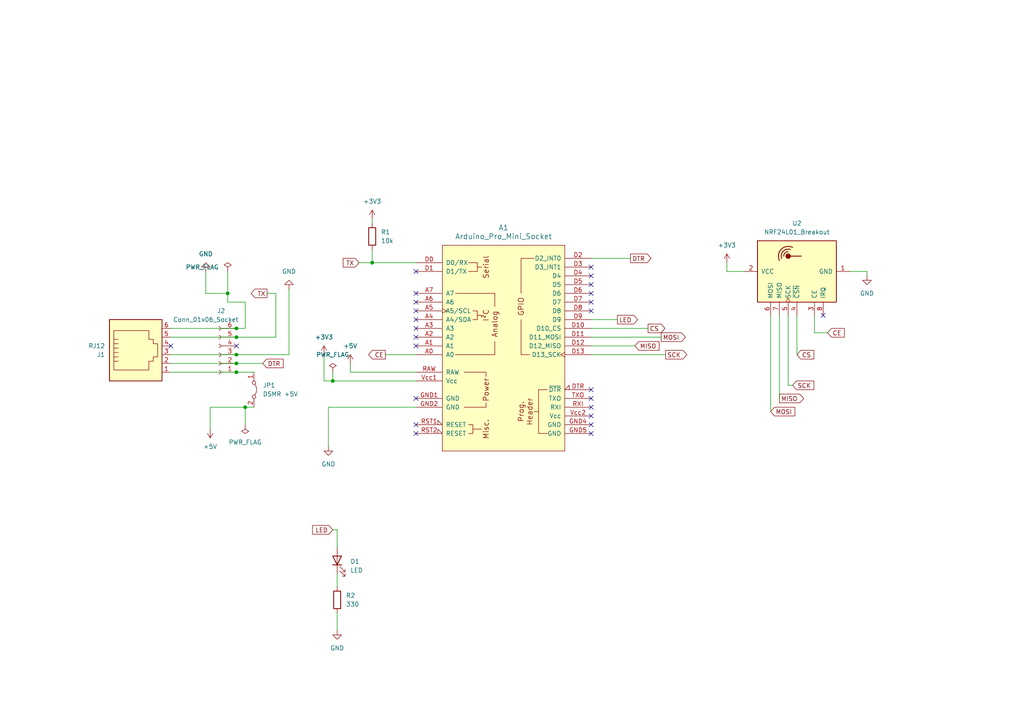
<source format=kicad_sch>
(kicad_sch (version 20230121) (generator eeschema)
  (paper "A4")
  (lib_symbols
    (symbol "Connector:Conn_01x06_Socket" (pin_names (offset 1.016) hide)
      (property "Reference" "J" (at 0 7.62 0))
      (property "Value" "Conn_01x06_Socket" (at 0 -10.16 0))
      (symbol "Conn_01x06_Socket_1_1"
        (arc (start 0 -7.112) (mid -0.5058 -7.62) (end 0 -8.128) (stroke (width 0.1524)))
        (arc (start 0 -4.572) (mid -0.5058 -5.08) (end 0 -5.588) (stroke (width 0.1524)))
        (arc (start 0 -2.032) (mid -0.5058 -2.54) (end 0 -3.048) (stroke (width 0.1524)))
        (polyline (pts (xy -1.27 -7.62) (xy -0.508 -7.62)) (stroke (width 0.1524)))
        (polyline (pts (xy -1.27 -5.08) (xy -0.508 -5.08)) (stroke (width 0.1524)))
        (polyline (pts (xy -1.27 -2.54) (xy -0.508 -2.54)) (stroke (width 0.1524)))
        (polyline (pts (xy -1.27 0) (xy -0.508 0)) (stroke (width 0.1524)))
        (polyline (pts (xy -1.27 2.54) (xy -0.508 2.54)) (stroke (width 0.1524)))
        (polyline (pts (xy -1.27 5.08) (xy -0.508 5.08)) (stroke (width 0.1524)))
        (arc (start 0 0.508) (mid -0.5058 0) (end 0 -0.508) (stroke (width 0.1524)))
        (arc (start 0 3.048) (mid -0.5058 2.54) (end 0 2.032) (stroke (width 0.1524)))
        (arc (start 0 5.588) (mid -0.5058 5.08) (end 0 4.572) (stroke (width 0.1524)))
        (pin passive line (at -5.08 5.08 0) (length 3.81) (name "Pin_1") (number "1"))
        (pin passive line (at -5.08 2.54 0) (length 3.81) (name "Pin_2") (number "2"))
        (pin passive line (at -5.08 0 0) (length 3.81) (name "Pin_3") (number "3"))
        (pin passive line (at -5.08 -2.54 0) (length 3.81) (name "Pin_4") (number "4"))
        (pin passive line (at -5.08 -5.08 0) (length 3.81) (name "Pin_5") (number "5"))
        (pin passive line (at -5.08 -7.62 0) (length 3.81) (name "Pin_6") (number "6"))
      )
    )
    (symbol "Connector:RJ12" (pin_names (offset 1.016))
      (property "Reference" "J" (at -5.08 11.43 0))
      (property "Value" "RJ12" (at 2.54 11.43 0))
      (symbol "RJ12_0_1"
        (polyline (pts (xy -6.35 -1.905) (xy -5.08 -1.905) (xy -5.08 -1.905)))
        (polyline (pts (xy -6.35 -0.635) (xy -5.08 -0.635) (xy -5.08 -0.635)))
        (polyline (pts (xy -6.35 0.635) (xy -5.08 0.635) (xy -5.08 0.635)))
        (polyline (pts (xy -6.35 1.905) (xy -5.08 1.905) (xy -5.08 1.905)))
        (polyline (pts (xy -6.35 3.175) (xy -5.08 3.175) (xy -5.08 3.175)))
        (polyline (pts (xy -5.08 4.445) (xy -6.35 4.445) (xy -6.35 4.445)))
        (polyline (pts (xy -6.35 -4.445) (xy -6.35 6.985) (xy 3.81 6.985) (xy 3.81 4.445) (xy 5.08 4.445) (xy 5.08 3.175) (xy 6.35 3.175) (xy 6.35 -0.635) (xy 5.08 -0.635) (xy 5.08 -1.905) (xy 3.81 -1.905) (xy 3.81 -4.445) (xy -6.35 -4.445) (xy -6.35 -4.445)))
        (rectangle (start 7.62 10.16) (end -7.62 -7.62) (stroke (width 0.254)) (fill (type background)))
      )
      (symbol "RJ12_1_1"
        (pin passive line (at 10.16 -5.08 180) (length 2.54) (name "~") (number "1"))
        (pin passive line (at 10.16 -2.54 180) (length 2.54) (name "~") (number "2"))
        (pin passive line (at 10.16 0 180) (length 2.54) (name "~") (number "3"))
        (pin passive line (at 10.16 2.54 180) (length 2.54) (name "~") (number "4"))
        (pin passive line (at 10.16 5.08 180) (length 2.54) (name "~") (number "5"))
        (pin passive line (at 10.16 7.62 180) (length 2.54) (name "~") (number "6"))
      )
    )
    (symbol "Device:LED" (pin_numbers hide) (pin_names (offset 1.016) hide)
      (property "Reference" "D" (at 0 2.54 0))
      (property "Value" "LED" (at 0 -2.54 0))
      (symbol "LED_0_1"
        (polyline (pts (xy -1.27 -1.27) (xy -1.27 1.27)) (stroke (width 0.254)))
        (polyline (pts (xy -1.27 0) (xy 1.27 0)))
        (polyline (pts (xy 1.27 -1.27) (xy 1.27 1.27) (xy -1.27 0) (xy 1.27 -1.27)) (stroke (width 0.254)))
        (polyline (pts (xy -3.048 -0.762) (xy -4.572 -2.286) (xy -3.81 -2.286) (xy -4.572 -2.286) (xy -4.572 -1.524)))
        (polyline (pts (xy -1.778 -0.762) (xy -3.302 -2.286) (xy -2.54 -2.286) (xy -3.302 -2.286) (xy -3.302 -1.524)))
      )
      (symbol "LED_1_1"
        (pin passive line (at -3.81 0 0) (length 2.54) (name "K") (number "1"))
        (pin passive line (at 3.81 0 180) (length 2.54) (name "A") (number "2"))
      )
    )
    (symbol "Device:R" (pin_numbers hide) (pin_names (offset 0))
      (property "Reference" "R" (at 2.032 0 90))
      (property "Value" "R" (at 0 0 90))
      (symbol "R_0_1"
        (rectangle (start -1.016 -2.54) (end 1.016 2.54) (stroke (width 0.254)))
      )
      (symbol "R_1_1"
        (pin passive line (at 0 3.81 270) (length 1.27) (name "~") (number "1"))
        (pin passive line (at 0 -3.81 90) (length 1.27) (name "~") (number "2"))
      )
    )
    (symbol "Jumper:Jumper_2_Bridged" (pin_names (offset 0) hide)
      (property "Reference" "JP" (at 0 1.905 0))
      (property "Value" "Jumper_2_Bridged" (at 0 -2.54 0))
      (symbol "Jumper_2_Bridged_0_0"
        (circle (center -2.032 0) (radius 0.508))
        (circle (center 2.032 0) (radius 0.508))
      )
      (symbol "Jumper_2_Bridged_0_1"
        (arc (start 1.524 0.254) (mid 0 0.762) (end -1.524 0.254))
      )
      (symbol "Jumper_2_Bridged_1_1"
        (pin passive line (at -5.08 0 0) (length 2.54) (name "A") (number "1"))
        (pin passive line (at 5.08 0 180) (length 2.54) (name "B") (number "2"))
      )
    )
    (symbol "PCM_arduino-library:Arduino_Pro_Mini_Socket" (pin_names (offset 1.016))
      (property "Reference" "A" (at 0 36.83 0))
      (property "Value" "Arduino_Pro_Mini_Socket" (at 0 33.02 0))
      (symbol "Arduino_Pro_Mini_Socket_0_0"
        (rectangle (start -17.78 30.48) (end 17.78 -29.21) (fill (type background)))
        (polyline (pts (xy -7.62 10.16) (xy -6.35 10.16)))
        (polyline (pts (xy -7.62 24.13) (xy -6.35 24.13)))
        (polyline (pts (xy -6.35 -22.86) (xy -8.89 -22.86)))
        (polyline (pts (xy -11.43 -16.51) (xy -5.08 -16.51) (xy -5.08 -15.24)))
        (polyline (pts (xy -5.08 -7.62) (xy -5.08 -6.35) (xy -11.43 -6.35)))
        (polyline (pts (xy -2.54 2.54) (xy -2.54 -1.27) (xy -13.97 -1.27)))
        (polyline (pts (xy -2.54 12.7) (xy -2.54 16.51) (xy -13.97 16.51)))
        (polyline (pts (xy -10.16 25.4) (xy -7.62 25.4) (xy -7.62 22.86) (xy -10.16 22.86)))
        (polyline (pts (xy -8.89 11.43) (xy -7.62 11.43) (xy -7.62 8.89) (xy -8.89 8.89)))
        (polyline (pts (xy 12.7 -11.43) (xy 10.16 -11.43) (xy 10.16 -16.51) (xy 10.16 -17.78) (xy 8.89 -17.78) (xy 10.16 -17.78) (xy 10.16 -24.13) (xy 12.7 -24.13)))
        (text "Analog" (at -2.54 7.62 900) (effects (font (size 1.524 1.524))))
        (text "Header" (at 7.62 -17.78 900) (effects (font (size 1.524 1.524))))
        (text "I²C" (at -5.08 10.16 900) (effects (font (size 1.524 1.524))))
        (text "Misc." (at -5.08 -22.86 900) (effects (font (size 1.524 1.524))))
        (text "Power" (at -5.08 -11.43 900) (effects (font (size 1.524 1.524))))
        (text "Prog." (at 5.08 -17.78 900) (effects (font (size 1.524 1.524))))
        (text "Serial" (at -5.08 24.13 900) (effects (font (size 1.524 1.524))))
      )
      (symbol "Arduino_Pro_Mini_Socket_0_1"
        (polyline (pts (xy 7.62 -1.27) (xy 5.08 -1.27) (xy 5.08 8.89)))
        (polyline (pts (xy 8.89 26.67) (xy 5.08 26.67) (xy 5.08 16.51)))
        (polyline (pts (xy -10.16 -24.13) (xy -8.89 -24.13) (xy -8.89 -21.59) (xy -10.16 -21.59)))
      )
      (symbol "Arduino_Pro_Mini_Socket_1_0"
        (text "GPIO" (at 5.08 12.7 900) (effects (font (size 1.524 1.524))))
      )
      (symbol "Arduino_Pro_Mini_Socket_1_1"
        (pin bidirectional line (at -25.4 -1.27 0) (length 7.62) (name "A0") (number "A0"))
        (pin bidirectional line (at -25.4 1.27 0) (length 7.62) (name "A1") (number "A1"))
        (pin bidirectional line (at -25.4 3.81 0) (length 7.62) (name "A2") (number "A2"))
        (pin bidirectional line (at -25.4 6.35 0) (length 7.62) (name "A3") (number "A3"))
        (pin bidirectional line (at -25.4 8.89 0) (length 7.62) (name "A4/SDA") (number "A4"))
        (pin bidirectional clock (at -25.4 11.43 0) (length 7.62) (name "A5/SCL") (number "A5"))
        (pin input line (at -25.4 13.97 0) (length 7.62) (name "A6") (number "A6"))
        (pin input line (at -25.4 16.51 0) (length 7.62) (name "A7") (number "A7"))
        (pin bidirectional line (at -25.4 25.4 0) (length 7.62) (name "D0/RX") (number "D0"))
        (pin bidirectional line (at -25.4 22.86 0) (length 7.62) (name "D1/TX") (number "D1"))
        (pin bidirectional line (at 25.4 6.35 180) (length 7.62) (name "D10_CS") (number "D10"))
        (pin bidirectional line (at 25.4 3.81 180) (length 7.62) (name "D11_MOSI") (number "D11"))
        (pin bidirectional line (at 25.4 1.27 180) (length 7.62) (name "D12_MISO") (number "D12"))
        (pin bidirectional clock (at 25.4 -1.27 180) (length 7.62) (name "D13_SCK") (number "D13"))
        (pin bidirectional line (at 25.4 26.67 180) (length 7.62) (name "D2_INT0") (number "D2"))
        (pin bidirectional line (at 25.4 24.13 180) (length 7.62) (name "D3_INT1") (number "D3"))
        (pin bidirectional line (at 25.4 21.59 180) (length 7.62) (name "D4") (number "D4"))
        (pin bidirectional line (at 25.4 19.05 180) (length 7.62) (name "D5") (number "D5"))
        (pin bidirectional line (at 25.4 16.51 180) (length 7.62) (name "D6") (number "D6"))
        (pin bidirectional line (at 25.4 13.97 180) (length 7.62) (name "D7") (number "D7"))
        (pin bidirectional line (at 25.4 11.43 180) (length 7.62) (name "D8") (number "D8"))
        (pin bidirectional line (at 25.4 8.89 180) (length 7.62) (name "D9") (number "D9"))
        (pin input input_low (at 25.4 -11.43 180) (length 7.62) (name "~{DTR}") (number "DTR"))
        (pin power_in line (at -25.4 -13.97 0) (length 7.62) (name "GND") (number "GND1"))
        (pin power_in line (at -25.4 -16.51 0) (length 7.62) (name "GND") (number "GND2"))
        (pin power_in line (at 25.4 -21.59 180) (length 7.62) (name "GND") (number "GND4"))
        (pin power_in line (at 25.4 -24.13 180) (length 7.62) (name "GND") (number "GND5"))
        (pin power_in line (at -25.4 -6.35 0) (length 7.62) (name "RAW") (number "RAW"))
        (pin open_collector input_low (at -25.4 -21.59 0) (length 7.62) (name "RESET") (number "RST1"))
        (pin open_collector input_low (at -25.4 -24.13 0) (length 7.62) (name "RESET") (number "RST2"))
        (pin input line (at 25.4 -16.51 180) (length 7.62) (name "RXI") (number "RXI"))
        (pin output line (at 25.4 -13.97 180) (length 7.62) (name "TXO") (number "TXO"))
        (pin power_in line (at -25.4 -8.89 0) (length 7.62) (name "Vcc") (number "Vcc1"))
        (pin power_in line (at 25.4 -19.05 180) (length 7.62) (name "Vcc") (number "Vcc2"))
      )
    )
    (symbol "RF:NRF24L01_Breakout" (pin_names (offset 1.016))
      (property "Reference" "U" (at -8.89 12.7 0))
      (property "Value" "NRF24L01_Breakout" (at 3.81 12.7 0))
      (symbol "NRF24L01_Breakout_0_1"
        (rectangle (start -8.89 11.43) (end 8.89 -11.43) (stroke (width 0.254)) (fill (type background)))
        (polyline (pts (xy 4.445 1.905) (xy 4.445 -1.27)) (stroke (width 0.254)))
        (circle (center 4.445 2.54) (radius 0.635) (stroke (width 0.254)) (fill (type outline)))
        (arc (start 5.715 2.54) (mid 5.3521 3.4546) (end 4.445 3.81) (stroke (width 0.254)))
        (arc (start 6.35 1.905) (mid 5.8763 3.9854) (end 3.81 4.445) (stroke (width 0.254)))
        (arc (start 6.985 1.27) (mid 6.453 4.548) (end 3.175 5.08) (stroke (width 0.254)))
      )
      (symbol "NRF24L01_Breakout_1_1"
        (pin power_in line (at 0 -15.24 90) (length 3.81) (name "GND") (number "1"))
        (pin power_in line (at 0 15.24 270) (length 3.81) (name "VCC") (number "2"))
        (pin input line (at -12.7 -5.08 0) (length 3.81) (name "CE") (number "3"))
        (pin input line (at -12.7 0 0) (length 3.81) (name "~{CSN}") (number "4"))
        (pin input clock (at -12.7 2.54 0) (length 3.81) (name "SCK") (number "5"))
        (pin input line (at -12.7 7.62 0) (length 3.81) (name "MOSI") (number "6"))
        (pin output line (at -12.7 5.08 0) (length 3.81) (name "MISO") (number "7"))
        (pin output line (at -12.7 -7.62 0) (length 3.81) (name "IRQ") (number "8"))
      )
    )
    (symbol "power:+3V3" (power) (pin_names (offset 0))
      (property "Value" "+3V3" (at 0 3.556 0))
      (symbol "+3V3_0_1"
        (polyline (pts (xy -0.762 1.27) (xy 0 2.54)))
        (polyline (pts (xy 0 0) (xy 0 2.54)))
        (polyline (pts (xy 0 2.54) (xy 0.762 1.27)))
      )
      (symbol "+3V3_1_1"
        (pin power_in line (at 0 0 90) (length 0) hide (name "+3V3") (number "1"))
      )
    )
    (symbol "power:+5V" (power) (pin_names (offset 0))
      (property "Value" "+5V" (at 0 3.556 0))
      (symbol "+5V_0_1"
        (polyline (pts (xy -0.762 1.27) (xy 0 2.54)))
        (polyline (pts (xy 0 0) (xy 0 2.54)))
        (polyline (pts (xy 0 2.54) (xy 0.762 1.27)))
      )
      (symbol "+5V_1_1"
        (pin power_in line (at 0 0 90) (length 0) hide (name "+5V") (number "1"))
      )
    )
    (symbol "power:GND" (power) (pin_names (offset 0))
      (property "Value" "GND" (at 0 -3.81 0))
      (symbol "GND_0_1"
        (polyline (pts (xy 0 0) (xy 0 -1.27) (xy 1.27 -1.27) (xy 0 -2.54) (xy -1.27 -1.27) (xy 0 -1.27)))
      )
      (symbol "GND_1_1"
        (pin power_in line (at 0 0 270) (length 0) hide (name "GND") (number "1"))
      )
    )
    (symbol "power:PWR_FLAG" (power) (pin_numbers hide) (pin_names (offset 0) hide)
      (property "Value" "PWR_FLAG" (at 0 3.81 0))
      (symbol "PWR_FLAG_0_0"
        (pin power_out line (at 0 0 90) (length 0) (name "pwr") (number "1"))
      )
      (symbol "PWR_FLAG_0_1"
        (polyline (pts (xy 0 0) (xy 0 1.27) (xy -1.016 1.905) (xy 0 2.54) (xy 1.016 1.905) (xy 0 1.27)))
      )
    )
  )
  (junction (at 66.04 85.09))
  (junction (at 68.58 107.95))
  (junction (at 68.58 105.41))
  (junction (at 71.12 118.11))
  (junction (at 107.95 76.2))
  (junction (at 68.58 97.79))
  (junction (at 96.52 110.49))
  (junction (at 68.58 95.25))
  (junction (at 68.58 102.87))
  (no_connect (at 120.65 78.74))
  (no_connect (at 171.45 87.63))
  (no_connect (at 171.45 115.57))
  (no_connect (at 68.58 100.33))
  (no_connect (at 171.45 123.19))
  (no_connect (at 120.65 87.63))
  (no_connect (at 120.65 100.33))
  (no_connect (at 171.45 113.03))
  (no_connect (at 171.45 80.01))
  (no_connect (at 171.45 120.65))
  (no_connect (at 120.65 125.73))
  (no_connect (at 171.45 82.55))
  (no_connect (at 120.65 95.25))
  (no_connect (at 171.45 77.47))
  (no_connect (at 171.45 85.09))
  (no_connect (at 171.45 90.17))
  (no_connect (at 120.65 90.17))
  (no_connect (at 238.76 91.44))
  (no_connect (at 120.65 123.19))
  (no_connect (at 49.53 100.33))
  (no_connect (at 171.45 118.11))
  (no_connect (at 120.65 115.57))
  (no_connect (at 120.65 92.71))
  (no_connect (at 120.65 97.79))
  (no_connect (at 171.45 125.73))
  (no_connect (at 120.65 85.09))
  (wire (pts (xy 111.76 102.87) (xy 120.65 102.87)))
  (wire (pts (xy 71.12 95.25) (xy 71.12 87.63)))
  (wire (pts (xy 71.12 118.11) (xy 73.66 118.11)))
  (wire (pts (xy 171.45 97.79) (xy 191.77 97.79)))
  (wire (pts (xy 231.14 91.44) (xy 231.14 102.87)))
  (wire (pts (xy 251.46 78.74) (xy 251.46 80.01)))
  (wire (pts (xy 236.22 96.52) (xy 236.22 91.44)))
  (wire (pts (xy 93.98 102.87) (xy 93.98 110.49)))
  (wire (pts (xy 83.82 83.82) (xy 83.82 102.87)))
  (wire (pts (xy 171.45 102.87) (xy 193.04 102.87)))
  (wire (pts (xy 97.79 177.8) (xy 97.79 182.88)))
  (wire (pts (xy 66.04 85.09) (xy 66.04 87.63)))
  (wire (pts (xy 240.03 96.52) (xy 236.22 96.52)))
  (wire (pts (xy 95.25 118.11) (xy 120.65 118.11)))
  (wire (pts (xy 68.58 107.95) (xy 73.66 107.95)))
  (wire (pts (xy 97.79 166.37) (xy 97.79 170.18)))
  (wire (pts (xy 83.82 102.87) (xy 68.58 102.87)))
  (wire (pts (xy 93.98 110.49) (xy 96.52 110.49)))
  (wire (pts (xy 80.01 97.79) (xy 68.58 97.79)))
  (wire (pts (xy 246.38 78.74) (xy 251.46 78.74)))
  (wire (pts (xy 49.53 107.95) (xy 68.58 107.95)))
  (wire (pts (xy 171.45 95.25) (xy 187.96 95.25)))
  (wire (pts (xy 223.52 91.44) (xy 223.52 119.38)))
  (wire (pts (xy 101.6 107.95) (xy 120.65 107.95)))
  (wire (pts (xy 96.52 107.95) (xy 96.52 110.49)))
  (wire (pts (xy 97.79 153.67) (xy 97.79 158.75)))
  (wire (pts (xy 96.52 110.49) (xy 120.65 110.49)))
  (wire (pts (xy 59.69 78.74) (xy 59.69 85.09)))
  (wire (pts (xy 107.95 76.2) (xy 120.65 76.2)))
  (wire (pts (xy 60.96 124.46) (xy 60.96 118.11)))
  (wire (pts (xy 107.95 63.5) (xy 107.95 64.77)))
  (wire (pts (xy 71.12 123.19) (xy 71.12 118.11)))
  (wire (pts (xy 228.6 91.44) (xy 228.6 111.76)))
  (wire (pts (xy 171.45 92.71) (xy 179.07 92.71)))
  (wire (pts (xy 59.69 85.09) (xy 66.04 85.09)))
  (wire (pts (xy 96.52 153.67) (xy 97.79 153.67)))
  (wire (pts (xy 68.58 95.25) (xy 71.12 95.25)))
  (wire (pts (xy 66.04 85.09) (xy 66.04 78.74)))
  (wire (pts (xy 228.6 111.76) (xy 229.87 111.76)))
  (wire (pts (xy 107.95 72.39) (xy 107.95 76.2)))
  (wire (pts (xy 49.53 95.25) (xy 68.58 95.25)))
  (wire (pts (xy 71.12 87.63) (xy 66.04 87.63)))
  (wire (pts (xy 171.45 100.33) (xy 184.15 100.33)))
  (wire (pts (xy 210.82 78.74) (xy 215.9 78.74)))
  (wire (pts (xy 104.14 76.2) (xy 107.95 76.2)))
  (wire (pts (xy 171.45 74.93) (xy 182.88 74.93)))
  (wire (pts (xy 49.53 102.87) (xy 68.58 102.87)))
  (wire (pts (xy 80.01 85.09) (xy 80.01 97.79)))
  (wire (pts (xy 95.25 129.54) (xy 95.25 118.11)))
  (wire (pts (xy 60.96 118.11) (xy 71.12 118.11)))
  (wire (pts (xy 68.58 105.41) (xy 76.2 105.41)))
  (wire (pts (xy 210.82 76.2) (xy 210.82 78.74)))
  (wire (pts (xy 226.06 91.44) (xy 226.06 115.57)))
  (wire (pts (xy 101.6 105.41) (xy 101.6 107.95)))
  (wire (pts (xy 49.53 105.41) (xy 68.58 105.41)))
  (wire (pts (xy 49.53 97.79) (xy 68.58 97.79)))
  (wire (pts (xy 77.47 85.09) (xy 80.01 85.09)))
  (global_label "SCK" (shape output) (at 193.04 102.87 0) (property "Intersheetrefs" "${INTERSHEET_REFS}" (effects hide)))
  (global_label "CS" (shape input) (at 231.14 102.87 0) (property "Intersheetrefs" "${INTERSHEET_REFS}" (effects hide)))
  (global_label "LED" (shape output) (at 179.07 92.71 0) (property "Intersheetrefs" "${INTERSHEET_REFS}" (effects hide)))
  (global_label "DTR" (shape output) (at 182.88 74.93 0) (property "Intersheetrefs" "${INTERSHEET_REFS}" (effects hide)))
  (global_label "MOSI" (shape input) (at 223.52 119.38 0) (property "Intersheetrefs" "${INTERSHEET_REFS}" (effects hide)))
  (global_label "CE" (shape input) (at 240.03 96.52 0) (property "Intersheetrefs" "${INTERSHEET_REFS}" (effects hide)))
  (global_label "SCK" (shape input) (at 229.87 111.76 0) (property "Intersheetrefs" "${INTERSHEET_REFS}" (effects hide)))
  (global_label "MISO" (shape output) (at 226.06 115.57 0) (property "Intersheetrefs" "${INTERSHEET_REFS}" (effects hide)))
  (global_label "CS" (shape output) (at 187.96 95.25 0) (property "Intersheetrefs" "${INTERSHEET_REFS}" (effects hide)))
  (global_label "MISO" (shape input) (at 184.15 100.33 0) (property "Intersheetrefs" "${INTERSHEET_REFS}" (effects hide)))
  (global_label "TX" (shape input) (at 104.14 76.2 180) (property "Intersheetrefs" "${INTERSHEET_REFS}" (effects hide)))
  (global_label "TX" (shape output) (at 77.47 85.09 180) (property "Intersheetrefs" "${INTERSHEET_REFS}" (effects hide)))
  (global_label "MOSI" (shape output) (at 191.77 97.79 0) (property "Intersheetrefs" "${INTERSHEET_REFS}" (effects hide)))
  (global_label "LED" (shape input) (at 96.52 153.67 180) (property "Intersheetrefs" "${INTERSHEET_REFS}" (effects hide)))
  (global_label "CE" (shape output) (at 111.76 102.87 180) (property "Intersheetrefs" "${INTERSHEET_REFS}" (effects hide)))
  (global_label "DTR" (shape input) (at 76.2 105.41 0) (property "Intersheetrefs" "${INTERSHEET_REFS}" (effects hide)))
  (symbol (lib_id "Device:R") (at 107.95 68.58 0) (unit 1)
    (property "Reference" "R1" (at 110.49 67.31 0) (effects (justify left)))
    (property "Value" "10k" (at 110.49 69.85 0) (effects (justify left)))
    (property "Footprint" "Resistor_THT:R_Axial_DIN0207_L6.3mm_D2.5mm_P10.16mm_Horizontal" (effects hide))
  )
  (symbol (lib_id "power:PWR_FLAG") (at 66.04 78.74 0) (unit 1)
    (property "Reference" "#FLG0101" (effects hide))
    (property "Value" "PWR_FLAG" (at 63.5 77.4701 0) (effects (justify right)))
  )
  (symbol (lib_id "PCM_arduino-library:Arduino_Pro_Mini_Socket") (at 146.05 101.6 0) (unit 1)
    (property "Reference" "A1" (at 146.05 66.04 0) (effects (font (size 1.524 1.524))))
    (property "Value" "Arduino_Pro_Mini_Socket" (at 146.05 68.58 0) (effects (font (size 1.524 1.524))))
    (property "Footprint" "PCM_arduino-library:Arduino_Pro_Mini_Socket" (effects hide))
    (property "Datasheet" "https://docs.arduino.cc/retired/boards/arduino-pro-mini" (effects hide))
  )
  (symbol (lib_id "power:GND") (at 83.82 83.82 180) (unit 1)
    (property "Reference" "#PWR0108" (effects hide))
    (property "Value" "GND" (at 83.82 78.74 0))
  )
  (symbol (lib_id "power:GND") (at 251.46 80.01 0) (unit 1)
    (property "Reference" "#PWR0102" (effects hide))
    (property "Value" "GND" (at 251.46 85.09 0))
  )
  (symbol (lib_id "power:+5V") (at 60.96 124.46 180) (unit 1)
    (property "Reference" "#PWR0107" (effects hide))
    (property "Value" "+5V" (at 60.96 129.54 0))
  )
  (symbol (lib_id "Connector:Conn_01x06_Socket") (at 63.5 102.87 180) (unit 1)
    (property "Reference" "J2" (at 64.135 90.17 0))
    (property "Value" "Conn_01x06_Socket" (at 59.69 92.71 0))
    (property "Footprint" "Connector_PinSocket_2.54mm:PinSocket_1x06_P2.54mm_Vertical" (effects hide))
  )
  (symbol (lib_id "power:GND") (at 97.79 182.88 0) (unit 1)
    (property "Reference" "#PWR04" (effects hide))
    (property "Value" "GND" (at 97.79 187.96 0))
  )
  (symbol (lib_id "RF:NRF24L01_Breakout") (at 231.14 78.74 90) (unit 1)
    (property "Reference" "U2" (at 231.14 64.77 90))
    (property "Value" "NRF24L01_Breakout" (at 231.14 67.31 90))
    (property "Footprint" "RF_Module:nRF24L01_Breakout" (effects hide))
    (property "Datasheet" "http://www.nordicsemi.com/eng/content/download/2730/34105/file/nRF24L01_Product_Specification_v2_0.pdf" (effects hide))
  )
  (symbol (lib_id "power:+3V3") (at 210.82 76.2 0) (unit 1)
    (property "Reference" "#PWR02" (effects hide))
    (property "Value" "+3V3" (at 210.82 71.12 0))
  )
  (symbol (lib_id "Connector:RJ12") (at 39.37 102.87 0) (unit 1)
    (property "Reference" "J1" (at 30.48 102.8701 0) (effects (justify right)))
    (property "Value" "RJ12" (at 30.48 100.3301 0) (effects (justify right)))
    (property "Footprint" "Connector_RJ:RJ12_Amphenol_54601" (effects hide))
  )
  (symbol (lib_id "power:PWR_FLAG") (at 96.52 107.95 0) (unit 1)
    (property "Reference" "#FLG01" (effects hide))
    (property "Value" "PWR_FLAG" (at 96.52 102.87 0))
  )
  (symbol (lib_id "power:GND") (at 59.69 78.74 180) (unit 1)
    (property "Reference" "#PWR0106" (effects hide))
    (property "Value" "GND" (at 59.69 73.66 0))
  )
  (symbol (lib_id "power:PWR_FLAG") (at 71.12 123.19 180) (unit 1)
    (property "Reference" "#FLG0102" (effects hide))
    (property "Value" "PWR_FLAG" (at 71.12 128.27 0))
  )
  (symbol (lib_id "power:+5V") (at 101.6 105.41 0) (unit 1)
    (property "Reference" "#PWR03" (effects hide))
    (property "Value" "+5V" (at 101.6 100.33 0))
  )
  (symbol (lib_id "power:+3V3") (at 107.95 63.5 0) (unit 1)
    (property "Reference" "#PWR05" (effects hide))
    (property "Value" "+3V3" (at 107.95 58.42 0))
  )
  (symbol (lib_id "Jumper:Jumper_2_Bridged") (at 73.66 113.03 270) (unit 1)
    (property "Reference" "JP1" (at 76.2 111.76 90) (effects (justify left)))
    (property "Value" "DSMR +5V" (at 76.2 114.3 90) (effects (justify left)))
    (property "Footprint" "Connector_PinHeader_2.54mm:PinHeader_1x02_P2.54mm_Vertical" (effects hide))
  )
  (symbol (lib_id "power:GND") (at 95.25 129.54 0) (unit 1)
    (property "Reference" "#PWR0103" (effects hide))
    (property "Value" "GND" (at 95.25 134.62 0))
  )
  (symbol (lib_id "Device:R") (at 97.79 173.99 0) (unit 1)
    (property "Reference" "R2" (at 100.33 172.72 0) (effects (justify left)))
    (property "Value" "330" (at 100.33 175.26 0) (effects (justify left)))
    (property "Footprint" "Resistor_THT:R_Axial_DIN0207_L6.3mm_D2.5mm_P10.16mm_Horizontal" (effects hide))
  )
  (symbol (lib_id "Device:LED") (at 97.79 162.56 90) (unit 1)
    (property "Reference" "D1" (at 101.6 162.8775 90) (effects (justify right)))
    (property "Value" "LED" (at 101.6 165.4175 90) (effects (justify right)))
    (property "Footprint" "LED_THT:LED_D3.0mm" (effects hide))
  )
  (symbol (lib_id "power:+3V3") (at 93.98 102.87 0) (unit 1)
    (property "Reference" "#PWR01" (effects hide))
    (property "Value" "+3V3" (at 93.98 97.79 0))
  )
)
</source>
